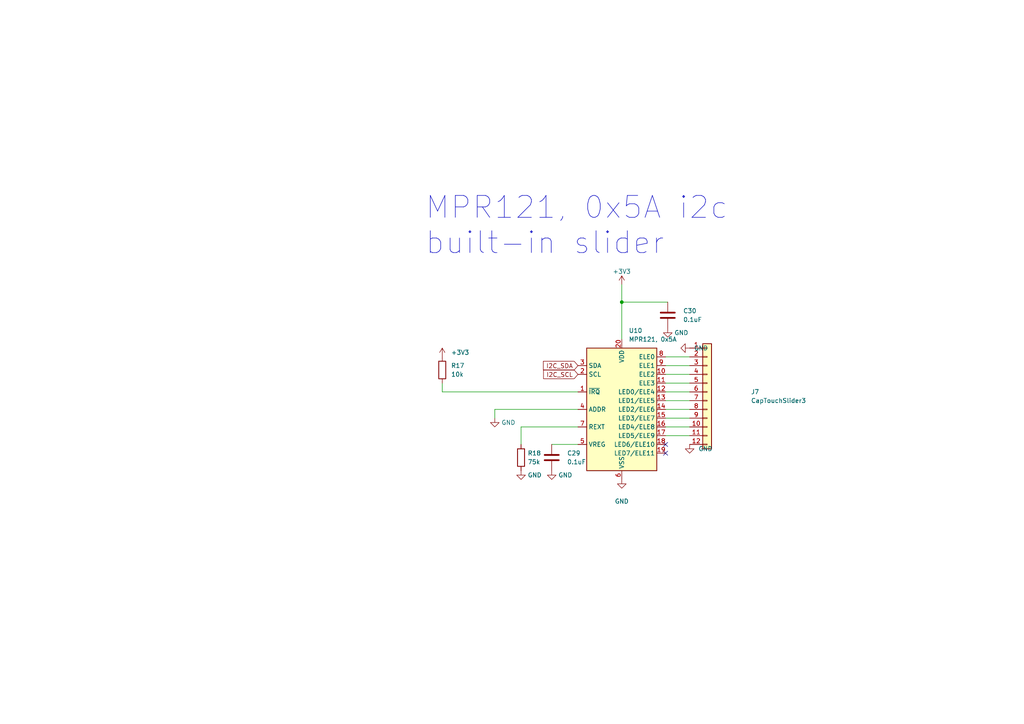
<source format=kicad_sch>
(kicad_sch (version 20211123) (generator eeschema)
  (paper "A4")
  (lib_symbols
    (symbol "Connector_Generic:Conn_01x12" (pin_names (offset 1.016) hide)
      (property "Reference" "J" (at 0 15.24 0))
      (property "Value" "Conn_01x12" (at 0 -17.78 0))
      (symbol "Conn_01x12_1_1"
        (rectangle (start -1.27 -15.113) (end 0 -15.367) (stroke (width 0.1524)))
        (rectangle (start -1.27 -12.573) (end 0 -12.827) (stroke (width 0.1524)))
        (rectangle (start -1.27 -10.033) (end 0 -10.287) (stroke (width 0.1524)))
        (rectangle (start -1.27 -7.493) (end 0 -7.747) (stroke (width 0.1524)))
        (rectangle (start -1.27 -4.953) (end 0 -5.207) (stroke (width 0.1524)))
        (rectangle (start -1.27 -2.413) (end 0 -2.667) (stroke (width 0.1524)))
        (rectangle (start -1.27 0.127) (end 0 -0.127) (stroke (width 0.1524)))
        (rectangle (start -1.27 2.667) (end 0 2.413) (stroke (width 0.1524)))
        (rectangle (start -1.27 5.207) (end 0 4.953) (stroke (width 0.1524)))
        (rectangle (start -1.27 7.747) (end 0 7.493) (stroke (width 0.1524)))
        (rectangle (start -1.27 10.287) (end 0 10.033) (stroke (width 0.1524)))
        (rectangle (start -1.27 12.827) (end 0 12.573) (stroke (width 0.1524)))
        (rectangle (start -1.27 13.97) (end 1.27 -16.51) (stroke (width 0.254)) (fill (type background)))
        (pin passive line (at -5.08 12.7 0) (length 3.81) (name "Pin_1") (number "1"))
        (pin passive line (at -5.08 -10.16 0) (length 3.81) (name "Pin_10") (number "10"))
        (pin passive line (at -5.08 -12.7 0) (length 3.81) (name "Pin_11") (number "11"))
        (pin passive line (at -5.08 -15.24 0) (length 3.81) (name "Pin_12") (number "12"))
        (pin passive line (at -5.08 10.16 0) (length 3.81) (name "Pin_2") (number "2"))
        (pin passive line (at -5.08 7.62 0) (length 3.81) (name "Pin_3") (number "3"))
        (pin passive line (at -5.08 5.08 0) (length 3.81) (name "Pin_4") (number "4"))
        (pin passive line (at -5.08 2.54 0) (length 3.81) (name "Pin_5") (number "5"))
        (pin passive line (at -5.08 0 0) (length 3.81) (name "Pin_6") (number "6"))
        (pin passive line (at -5.08 -2.54 0) (length 3.81) (name "Pin_7") (number "7"))
        (pin passive line (at -5.08 -5.08 0) (length 3.81) (name "Pin_8") (number "8"))
        (pin passive line (at -5.08 -7.62 0) (length 3.81) (name "Pin_9") (number "9"))
      )
    )
    (symbol "Device:C" (pin_numbers hide) (pin_names (offset 0.254))
      (property "Reference" "C" (at 0.635 2.54 0))
      (property "Value" "C" (at 0.635 -2.54 0))
      (symbol "C_0_1"
        (polyline (pts (xy -2.032 -0.762) (xy 2.032 -0.762)) (stroke (width 0.508)))
        (polyline (pts (xy -2.032 0.762) (xy 2.032 0.762)) (stroke (width 0.508)))
      )
      (symbol "C_1_1"
        (pin passive line (at 0 3.81 270) (length 2.794) (name "~") (number "1"))
        (pin passive line (at 0 -3.81 90) (length 2.794) (name "~") (number "2"))
      )
    )
    (symbol "Device:R" (pin_numbers hide) (pin_names (offset 0))
      (property "Reference" "R" (at 2.032 0 90))
      (property "Value" "R" (at 0 0 90))
      (symbol "R_0_1"
        (rectangle (start -1.016 -2.54) (end 1.016 2.54) (stroke (width 0.254)))
      )
      (symbol "R_1_1"
        (pin passive line (at 0 3.81 270) (length 1.27) (name "~") (number "1"))
        (pin passive line (at 0 -3.81 90) (length 1.27) (name "~") (number "2"))
      )
    )
    (symbol "Sensor_Touch:MPR121QR2"
      (property "Reference" "U" (at -10.16 19.05 0))
      (property "Value" "MPR121QR2" (at 6.35 19.05 0))
      (symbol "MPR121QR2_0_1"
        (rectangle (start -10.16 17.78) (end 10.16 -17.78) (stroke (width 0.254)) (fill (type background)))
      )
      (symbol "MPR121QR2_1_1"
        (pin open_collector line (at -12.7 5.08 0) (length 2.54) (name "~{IRQ}") (number "1"))
        (pin passive line (at 12.7 10.16 180) (length 2.54) (name "ELE2") (number "10"))
        (pin passive line (at 12.7 7.62 180) (length 2.54) (name "ELE3") (number "11"))
        (pin passive line (at 12.7 5.08 180) (length 2.54) (name "LED0/ELE4") (number "12"))
        (pin passive line (at 12.7 2.54 180) (length 2.54) (name "LED1/ELE5") (number "13"))
        (pin passive line (at 12.7 0 180) (length 2.54) (name "LED2/ELE6") (number "14"))
        (pin passive line (at 12.7 -2.54 180) (length 2.54) (name "LED3/ELE7") (number "15"))
        (pin passive line (at 12.7 -5.08 180) (length 2.54) (name "LED4/ELE8") (number "16"))
        (pin passive line (at 12.7 -7.62 180) (length 2.54) (name "LED5/ELE9") (number "17"))
        (pin passive line (at 12.7 -10.16 180) (length 2.54) (name "LED6/ELE10") (number "18"))
        (pin passive line (at 12.7 -12.7 180) (length 2.54) (name "LED7/ELE11") (number "19"))
        (pin input line (at -12.7 10.16 0) (length 2.54) (name "SCL") (number "2"))
        (pin power_in line (at 0 20.32 270) (length 2.54) (name "VDD") (number "20"))
        (pin bidirectional line (at -12.7 12.7 0) (length 2.54) (name "SDA") (number "3"))
        (pin input line (at -12.7 0 0) (length 2.54) (name "ADDR") (number "4"))
        (pin passive line (at -12.7 -10.16 0) (length 2.54) (name "VREG") (number "5"))
        (pin power_in line (at 0 -20.32 90) (length 2.54) (name "VSS") (number "6"))
        (pin passive line (at -12.7 -5.08 0) (length 2.54) (name "REXT") (number "7"))
        (pin passive line (at 12.7 15.24 180) (length 2.54) (name "ELE0") (number "8"))
        (pin passive line (at 12.7 12.7 180) (length 2.54) (name "ELE1") (number "9"))
      )
    )
    (symbol "power:+3.3V" (power) (pin_names (offset 0))
      (property "Value" "+3.3V" (at 0 3.556 0))
      (symbol "+3.3V_0_1"
        (polyline (pts (xy -0.762 1.27) (xy 0 2.54)))
        (polyline (pts (xy 0 0) (xy 0 2.54)))
        (polyline (pts (xy 0 2.54) (xy 0.762 1.27)))
      )
      (symbol "+3.3V_1_1"
        (pin power_in line (at 0 0 90) (length 0) hide (name "+3V3") (number "1"))
      )
    )
    (symbol "power:GND" (power) (pin_names (offset 0))
      (property "Value" "GND" (at 0 -3.81 0))
      (symbol "GND_0_1"
        (polyline (pts (xy 0 0) (xy 0 -1.27) (xy 1.27 -1.27) (xy 0 -2.54) (xy -1.27 -1.27) (xy 0 -1.27)))
      )
      (symbol "GND_1_1"
        (pin power_in line (at 0 0 270) (length 0) hide (name "GND") (number "1"))
      )
    )
  )
  (junction (at 180.34 87.63))
  (no_connect (at 193.04 131.445))
  (no_connect (at 193.04 128.905))
  (wire (pts (xy 128.27 113.665) (xy 128.27 111.125)))
  (wire (pts (xy 200.025 108.585) (xy 193.04 108.585)))
  (wire (pts (xy 200.025 106.045) (xy 193.04 106.045)))
  (wire (pts (xy 167.64 123.825) (xy 151.13 123.825)))
  (wire (pts (xy 200.025 116.205) (xy 193.04 116.205)))
  (wire (pts (xy 193.04 123.825) (xy 200.025 123.825)))
  (wire (pts (xy 160.02 128.905) (xy 167.64 128.905)))
  (wire (pts (xy 200.025 113.665) (xy 193.04 113.665)))
  (wire (pts (xy 167.64 118.745) (xy 143.51 118.745)))
  (wire (pts (xy 180.34 87.63) (xy 193.675 87.63)))
  (wire (pts (xy 200.025 103.505) (xy 193.04 103.505)))
  (wire (pts (xy 193.04 126.365) (xy 200.025 126.365)))
  (wire (pts (xy 193.04 121.285) (xy 200.025 121.285)))
  (wire (pts (xy 200.025 111.125) (xy 193.04 111.125)))
  (wire (pts (xy 180.34 87.63) (xy 180.34 98.425)))
  (wire (pts (xy 167.64 113.665) (xy 128.27 113.665)))
  (wire (pts (xy 143.51 118.745) (xy 143.51 121.285)))
  (wire (pts (xy 180.34 82.55) (xy 180.34 87.63)))
  (wire (pts (xy 151.13 123.825) (xy 151.13 128.905)))
  (wire (pts (xy 193.04 118.745) (xy 200.025 118.745)))
  (text "MPR121, 0x5A i2c\nbuilt-in slider" (at 123.19 74.295 0) (effects (font (size 6.35 6.35)) (justify left bottom)))
  (global_label "I2C_SDA" (shape input) (at 167.64 106.045 180) (property "Intersheet References" "${INTERSHEET_REFS}" (effects hide)))
  (global_label "I2C_SCL" (shape input) (at 167.64 108.585 180) (property "Intersheet References" "${INTERSHEET_REFS}" (effects hide)))
  (symbol (lib_id "power:+3.3V") (at 128.27 103.505 0) (unit 1)
    (property "Reference" "#PWR0173" (effects hide))
    (property "Value" "+3.3V" (at 130.81 102.2349 0) (effects (justify left)))
  )
  (symbol (lib_id "power:GND") (at 160.02 136.525 0) (unit 1)
    (property "Reference" "#PWR0174" (effects hide))
    (property "Value" "GND" (at 161.925 137.7949 0) (effects (justify left)))
  )
  (symbol (lib_id "power:GND") (at 180.34 139.065 0) (unit 1)
    (property "Reference" "#PWR0172" (effects hide))
    (property "Value" "GND" (at 180.34 145.415 0))
  )
  (symbol (lib_id "power:GND") (at 200.025 100.965 270) (unit 1)
    (property "Reference" "#PWR0176" (effects hide))
    (property "Value" "GND" (at 201.295 100.9649 90) (effects (justify left)))
  )
  (symbol (lib_id "power:+3.3V") (at 180.34 82.55 0) (unit 1)
    (property "Reference" "#PWR0170" (effects hide))
    (property "Value" "+3.3V" (at 180.34 78.74 0))
  )
  (symbol (lib_id "Sensor_Touch:MPR121QR2") (at 180.34 118.745 0) (unit 1)
    (property "Reference" "U10" (at 182.3594 95.885 0) (effects (justify left)))
    (property "Value" "MPR121, 0x5A" (at 182.3594 98.425 0) (effects (justify left)))
    (property "Footprint" "Package_DFN_QFN:UQFN-20_3x3mm_P0.4mm" (effects hide))
    (property "Datasheet" "https://resurgentsemi.com/wp-content/uploads/2018/09/MPR121_rev5-Resurgent.pdf?d453f8&d453f8" (effects hide))
    (property "LCSC part number" "C91322" (effects hide))
    (property "verif" "1" (effects hide))
  )
  (symbol (lib_id "power:GND") (at 200.025 128.905 0) (unit 1)
    (property "Reference" "#PWR0171" (effects hide))
    (property "Value" "GND" (at 202.565 130.1749 0) (effects (justify left)))
  )
  (symbol (lib_id "Device:C") (at 160.02 132.715 0) (unit 1)
    (property "Reference" "C29" (at 164.465 131.4449 0) (effects (justify left)))
    (property "Value" "0.1uF" (at 164.465 133.9849 0) (effects (justify left)))
    (property "Footprint" "Capacitor_SMD:C_0402_1005Metric" (effects hide))
    (property "LCSC part number" "C1525" (effects hide))
    (property "verif" "1" (effects hide))
  )
  (symbol (lib_id "Device:R") (at 128.27 107.315 180) (unit 1)
    (property "Reference" "R17" (at 130.81 106.0449 0) (effects (justify right)))
    (property "Value" "10k" (at 130.81 108.5849 0) (effects (justify right)))
    (property "Footprint" "Resistor_SMD:R_0402_1005Metric" (effects hide))
    (property "LCSC part number" "C25744" (effects hide))
    (property "verif" "1" (effects hide))
  )
  (symbol (lib_id "Connector_Generic:Conn_01x12") (at 205.105 113.665 0) (unit 1) (in_bom no)
    (property "Reference" "J7" (at 217.805 113.6649 0) (effects (justify left)))
    (property "Value" "CapTouchSlider3" (at 217.805 116.2049 0) (effects (justify left)))
    (property "Footprint" "CapTouchSliders:CaptouchSlider_Masked_H3x3_A1.0mm_x12" (effects hide))
    (property "LCSC part number" "-" (effects hide))
    (property "verif" "1" (effects hide))
  )
  (symbol (lib_id "Device:C") (at 193.675 91.44 0) (unit 1)
    (property "Reference" "C30" (at 198.12 90.1699 0) (effects (justify left)))
    (property "Value" "0.1uF" (at 198.12 92.7099 0) (effects (justify left)))
    (property "Footprint" "Capacitor_SMD:C_0402_1005Metric" (effects hide))
    (property "LCSC part number" "C1525" (effects hide))
    (property "verif" "1" (effects hide))
  )
  (symbol (lib_id "power:GND") (at 193.675 95.25 0) (unit 1)
    (property "Reference" "#PWR0169" (effects hide))
    (property "Value" "GND" (at 195.58 96.5199 0) (effects (justify left)))
  )
  (symbol (lib_id "power:GND") (at 143.51 121.285 0) (unit 1)
    (property "Reference" "#PWR0177" (effects hide))
    (property "Value" "GND" (at 145.415 122.5549 0) (effects (justify left)))
  )
  (symbol (lib_id "power:GND") (at 151.13 136.525 0) (unit 1)
    (property "Reference" "#PWR0175" (effects hide))
    (property "Value" "GND" (at 153.035 137.7949 0) (effects (justify left)))
  )
  (symbol (lib_id "Device:R") (at 151.13 132.715 0) (unit 1)
    (property "Reference" "R18" (at 153.035 131.4449 0) (effects (justify left)))
    (property "Value" "75k" (at 153.035 133.9849 0) (effects (justify left)))
    (property "Footprint" "Resistor_SMD:R_0402_1005Metric" (effects hide))
    (property "LCSC part number" "C25798" (effects hide))
    (property "verif" "1" (effects hide))
  )
)
</source>
